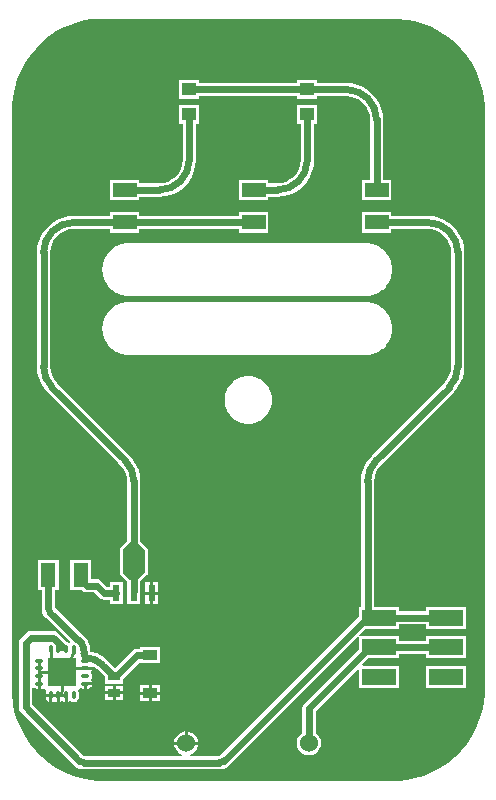
<source format=gbr>
%TF.GenerationSoftware,Altium Limited,Altium Designer,20.0.14 (345)*%
G04 Layer_Physical_Order=1*
G04 Layer_Color=255*
%FSLAX45Y45*%
%MOMM*%
%TF.FileFunction,Copper,L1,Top,Signal*%
%TF.Part,Single*%
G01*
G75*
%TA.AperFunction,Conductor*%
%ADD10C,0.60000*%
%ADD11C,0.25400*%
%TA.AperFunction,SMDPad,CuDef*%
%ADD12O,0.70000X0.30000*%
%ADD13O,0.30000X0.70000*%
%ADD14R,2.40000X2.40000*%
%ADD15R,2.00000X1.25000*%
%ADD16R,1.20000X1.10000*%
%ADD17R,1.00000X0.70000*%
%ADD18R,2.85000X1.35000*%
%ADD19R,1.25000X2.00000*%
%ADD20R,0.60000X1.40000*%
%ADD21R,0.60000X1.80000*%
%ADD22R,1.15000X0.85000*%
%TA.AperFunction,ComponentPad*%
%ADD23C,1.52400*%
%TA.AperFunction,ViaPad*%
%ADD24C,0.50000*%
G36*
X774701Y6453330D02*
X774701Y6453330D01*
X3225800Y6451600D01*
X3225799Y6451735D01*
X3263919Y6451830D01*
X3339808Y6444530D01*
X3414613Y6429814D01*
X3487612Y6407824D01*
X3558099Y6378772D01*
X3625392Y6342938D01*
X3688841Y6300670D01*
X3747833Y6252376D01*
X3801798Y6198522D01*
X3850213Y6139629D01*
X3892612Y6076267D01*
X3928583Y6009048D01*
X3957781Y5938621D01*
X3979921Y5865667D01*
X3994791Y5790892D01*
X4002246Y5715019D01*
X4002231Y5678629D01*
X4000500Y5676900D01*
X4000500D01*
Y774700D01*
X4000635Y774700D01*
X4000730Y736581D01*
X3993430Y660692D01*
X3978714Y585887D01*
X3956724Y512888D01*
X3927672Y442401D01*
X3891838Y375108D01*
X3849570Y311659D01*
X3801276Y252666D01*
X3747422Y198702D01*
X3688529Y150286D01*
X3625167Y107888D01*
X3557948Y71916D01*
X3487521Y42719D01*
X3414567Y20579D01*
X3339792Y5709D01*
X3263919Y-1746D01*
X3225799Y-1730D01*
Y0D01*
X774700Y-135D01*
X736581Y-230D01*
X660692Y7069D01*
X585887Y21785D01*
X512888Y43776D01*
X442401Y72828D01*
X375108Y108661D01*
X311659Y150930D01*
X252666Y199224D01*
X198702Y253078D01*
X150286Y311970D01*
X107888Y375333D01*
X71916Y442552D01*
X42719Y512979D01*
X20579Y585932D01*
X5709Y660707D01*
X-1746Y736581D01*
X-1735Y762001D01*
X0Y774700D01*
X0D01*
Y5676900D01*
X0D01*
X-136Y5677035D01*
X-230Y5715019D01*
X7069Y5790908D01*
X21785Y5865713D01*
X43776Y5938712D01*
X72828Y6009199D01*
X108661Y6076492D01*
X150930Y6139941D01*
X199224Y6198933D01*
X253078Y6252898D01*
X311970Y6301313D01*
X375333Y6343712D01*
X442552Y6379683D01*
X512979Y6408881D01*
X585932Y6431021D01*
X660707Y6445891D01*
X736581Y6453346D01*
X774701Y6453330D01*
D02*
G37*
%LPC*%
G36*
X2585400Y5932800D02*
X2414600D01*
Y5908885D01*
X1585400D01*
Y5932800D01*
X1414600D01*
Y5772000D01*
X1585400D01*
Y5795915D01*
X2414600D01*
Y5772000D01*
X2585400D01*
Y5795915D01*
X2832100D01*
X2834690Y5796430D01*
X2870783Y5792875D01*
X2907980Y5781591D01*
X2942261Y5763268D01*
X2972309Y5738609D01*
X2996968Y5708561D01*
X3015291Y5674280D01*
X3026575Y5637083D01*
X3030130Y5600990D01*
X3029615Y5598400D01*
Y5089500D01*
X2960700D01*
Y4913700D01*
X3211500D01*
Y5089500D01*
X3142585D01*
Y5598400D01*
X3142373Y5599469D01*
X3138636Y5646951D01*
X3127267Y5694306D01*
X3108630Y5739299D01*
X3083184Y5780823D01*
X3051555Y5817856D01*
X3014523Y5849484D01*
X2972999Y5874930D01*
X2928006Y5893567D01*
X2880651Y5904936D01*
X2833169Y5908673D01*
X2832100Y5908885D01*
X2585400D01*
Y5932800D01*
D02*
G37*
G36*
Y5722800D02*
X2414600D01*
Y5562000D01*
X2443515D01*
Y5255600D01*
X2444030Y5253011D01*
X2440475Y5216917D01*
X2429191Y5179720D01*
X2410868Y5145439D01*
X2386209Y5115392D01*
X2356161Y5090732D01*
X2321880Y5072409D01*
X2284684Y5061125D01*
X2248590Y5057570D01*
X2246000Y5058085D01*
X2170100D01*
Y5089500D01*
X1919300D01*
Y4913700D01*
X2170100D01*
Y4945115D01*
X2246000D01*
X2247069Y4945327D01*
X2294551Y4949064D01*
X2341906Y4960433D01*
X2386899Y4979070D01*
X2428423Y5004516D01*
X2465456Y5036145D01*
X2497084Y5073177D01*
X2522530Y5114701D01*
X2541167Y5159695D01*
X2552536Y5207050D01*
X2556273Y5254531D01*
X2556485Y5255600D01*
Y5562000D01*
X2585400D01*
Y5722800D01*
D02*
G37*
G36*
X1585400D02*
X1414600D01*
Y5562000D01*
X1443515D01*
Y5255600D01*
X1444030Y5253011D01*
X1440475Y5216917D01*
X1429191Y5179720D01*
X1410868Y5145439D01*
X1386209Y5115392D01*
X1356161Y5090732D01*
X1321880Y5072409D01*
X1284683Y5061125D01*
X1248590Y5057570D01*
X1246000Y5058085D01*
X1077900D01*
Y5089500D01*
X827100D01*
Y4913700D01*
X1077900D01*
Y4945115D01*
X1246000D01*
X1247069Y4945327D01*
X1294551Y4949064D01*
X1341906Y4960433D01*
X1386899Y4979070D01*
X1428423Y5004516D01*
X1465456Y5036145D01*
X1497084Y5073177D01*
X1522530Y5114701D01*
X1541167Y5159695D01*
X1552536Y5207050D01*
X1556273Y5254531D01*
X1556485Y5255600D01*
Y5562000D01*
X1585400D01*
Y5722800D01*
D02*
G37*
G36*
X2170100Y4814500D02*
X1919300D01*
Y4783085D01*
X1077900D01*
Y4814500D01*
X827100D01*
Y4783085D01*
X520700D01*
X519631Y4782873D01*
X472149Y4779136D01*
X424794Y4767767D01*
X379801Y4749130D01*
X338277Y4723684D01*
X301245Y4692056D01*
X269616Y4655023D01*
X244170Y4613499D01*
X225533Y4568506D01*
X214164Y4521151D01*
X210427Y4473669D01*
X210215Y4472600D01*
Y3508810D01*
X210427Y3507741D01*
X214164Y3460260D01*
X225533Y3412905D01*
X244170Y3367911D01*
X269616Y3326387D01*
X300548Y3290171D01*
X301154Y3289264D01*
X907936Y2682482D01*
X916764Y2673654D01*
X925282Y2664482D01*
X941968Y2644151D01*
X960291Y2609870D01*
X971575Y2572673D01*
X975130Y2536579D01*
X974615Y2533990D01*
Y2027639D01*
X917788Y1970812D01*
X912174Y1962411D01*
X910202Y1952500D01*
Y1762500D01*
X912174Y1752589D01*
X917788Y1744188D01*
X974615Y1687361D01*
Y1607500D01*
X975700Y1602044D01*
Y1492100D01*
X1086500D01*
Y1602044D01*
X1087585Y1607500D01*
Y1687361D01*
X1144412Y1744188D01*
X1150026Y1752589D01*
X1151998Y1762500D01*
Y1952500D01*
X1150026Y1962411D01*
X1144412Y1970812D01*
X1087585Y2027639D01*
Y2533990D01*
X1087373Y2535059D01*
X1083636Y2582540D01*
X1072267Y2629895D01*
X1053630Y2674889D01*
X1028184Y2716413D01*
X997251Y2752631D01*
X996646Y2753536D01*
X996646Y2753536D01*
X996646Y2753537D01*
X381036Y3369146D01*
X378841Y3370613D01*
X355832Y3398649D01*
X337509Y3432930D01*
X326225Y3470127D01*
X322670Y3506221D01*
X323185Y3508810D01*
Y4472600D01*
X322670Y4475190D01*
X326225Y4511284D01*
X337509Y4548480D01*
X355832Y4582761D01*
X380491Y4612809D01*
X410539Y4637468D01*
X444820Y4655792D01*
X482017Y4667075D01*
X518110Y4670630D01*
X520700Y4670115D01*
X827100D01*
Y4638700D01*
X1077900D01*
Y4670115D01*
X1919300D01*
Y4638700D01*
X2170100D01*
Y4814500D01*
D02*
G37*
G36*
X3011041Y4553772D02*
X971644D01*
X969143Y4553275D01*
X966592D01*
X927952Y4545589D01*
X925596Y4544612D01*
X923094Y4544115D01*
X886697Y4529038D01*
X884576Y4527621D01*
X882219Y4526645D01*
X849462Y4504758D01*
X847659Y4502954D01*
X845538Y4501537D01*
X817680Y4473679D01*
X816263Y4471558D01*
X814459Y4469755D01*
X792572Y4436998D01*
X791596Y4434641D01*
X790179Y4432520D01*
X775102Y4396123D01*
X774605Y4393621D01*
X773629Y4391265D01*
X765943Y4352625D01*
Y4350074D01*
X765445Y4347573D01*
Y4308176D01*
X765943Y4305674D01*
Y4303124D01*
X773629Y4264484D01*
X774605Y4262128D01*
X775102Y4259626D01*
X790179Y4223228D01*
X791596Y4221107D01*
X792572Y4218751D01*
X814459Y4185994D01*
X816263Y4184190D01*
X817680Y4182069D01*
X845538Y4154212D01*
X847659Y4152795D01*
X849462Y4150991D01*
X882219Y4129104D01*
X884576Y4128127D01*
X886697Y4126710D01*
X923094Y4111634D01*
X925596Y4111136D01*
X927953Y4110160D01*
X966592Y4102474D01*
X969143D01*
X971644Y4101977D01*
X3011041D01*
X3013543Y4102474D01*
X3016094D01*
X3054733Y4110160D01*
X3057089Y4111136D01*
X3059591Y4111634D01*
X3095989Y4126710D01*
X3098110Y4128127D01*
X3100466Y4129104D01*
X3133223Y4150991D01*
X3135027Y4152795D01*
X3137148Y4154212D01*
X3165006Y4182069D01*
X3166423Y4184190D01*
X3168226Y4185994D01*
X3190114Y4218751D01*
X3191090Y4221107D01*
X3192507Y4223228D01*
X3207583Y4259626D01*
X3208081Y4262128D01*
X3209057Y4264484D01*
X3216743Y4303123D01*
Y4305674D01*
X3217241Y4308176D01*
Y4347573D01*
X3216743Y4350074D01*
Y4352625D01*
X3209057Y4391265D01*
X3208081Y4393621D01*
X3207583Y4396123D01*
X3192507Y4432520D01*
X3191090Y4434641D01*
X3190114Y4436998D01*
X3168226Y4469755D01*
X3166423Y4471558D01*
X3165006Y4473679D01*
X3137148Y4501537D01*
X3135027Y4502954D01*
X3133223Y4504758D01*
X3100466Y4526645D01*
X3098110Y4527621D01*
X3095989Y4529038D01*
X3059591Y4544115D01*
X3057089Y4544612D01*
X3054733Y4545589D01*
X3016094Y4553275D01*
X3013543D01*
X3011041Y4553772D01*
D02*
G37*
G36*
Y4053972D02*
X971644D01*
X969143Y4053474D01*
X966592D01*
X927952Y4045788D01*
X925596Y4044812D01*
X923094Y4044315D01*
X886697Y4029238D01*
X884576Y4027821D01*
X882219Y4026845D01*
X849462Y4004958D01*
X847659Y4003154D01*
X845538Y4001737D01*
X817680Y3973879D01*
X816263Y3971758D01*
X814459Y3969955D01*
X792572Y3937198D01*
X791596Y3934841D01*
X790179Y3932720D01*
X775102Y3896323D01*
X774605Y3893821D01*
X773629Y3891464D01*
X765943Y3852825D01*
Y3850274D01*
X765445Y3847773D01*
Y3808376D01*
X765943Y3805874D01*
Y3803324D01*
X773629Y3764684D01*
X774605Y3762328D01*
X775102Y3759826D01*
X790179Y3723428D01*
X791596Y3721307D01*
X792572Y3718951D01*
X814459Y3686194D01*
X816263Y3684390D01*
X817680Y3682269D01*
X845538Y3654412D01*
X847659Y3652994D01*
X849462Y3651191D01*
X882219Y3629303D01*
X884576Y3628327D01*
X886697Y3626910D01*
X923094Y3611834D01*
X925596Y3611336D01*
X927953Y3610360D01*
X966592Y3602674D01*
X969143D01*
X971644Y3602177D01*
X3011041D01*
X3013543Y3602674D01*
X3016094D01*
X3054733Y3610360D01*
X3057089Y3611336D01*
X3059591Y3611834D01*
X3095989Y3626910D01*
X3098110Y3628327D01*
X3100466Y3629303D01*
X3133223Y3651191D01*
X3135027Y3652994D01*
X3137148Y3654412D01*
X3165006Y3682269D01*
X3166423Y3684390D01*
X3168226Y3686194D01*
X3190114Y3718951D01*
X3191090Y3721307D01*
X3192507Y3723428D01*
X3207583Y3759826D01*
X3208081Y3762328D01*
X3209057Y3764684D01*
X3216743Y3803323D01*
Y3805874D01*
X3217241Y3808376D01*
Y3847773D01*
X3216743Y3850274D01*
Y3852825D01*
X3209057Y3891465D01*
X3208081Y3893821D01*
X3207583Y3896323D01*
X3192507Y3932720D01*
X3191090Y3934841D01*
X3190114Y3937198D01*
X3168226Y3969955D01*
X3166423Y3971758D01*
X3165006Y3973879D01*
X3137148Y4001737D01*
X3135027Y4003154D01*
X3133223Y4004958D01*
X3100466Y4026845D01*
X3098110Y4027821D01*
X3095989Y4029238D01*
X3059591Y4044315D01*
X3057089Y4044812D01*
X3054733Y4045788D01*
X3016094Y4053474D01*
X3013543D01*
X3011041Y4053972D01*
D02*
G37*
G36*
X3211500Y4814500D02*
X2960700D01*
Y4638700D01*
X3211500D01*
Y4670115D01*
X3520300D01*
X3522890Y4670630D01*
X3558983Y4667075D01*
X3596180Y4655792D01*
X3630461Y4637468D01*
X3660508Y4612809D01*
X3685168Y4582761D01*
X3703491Y4548480D01*
X3714775Y4511284D01*
X3718330Y4475190D01*
X3717815Y4472600D01*
Y3508810D01*
X3718330Y3506221D01*
X3714775Y3470127D01*
X3703491Y3432930D01*
X3685168Y3398649D01*
X3668482Y3378318D01*
X3659963Y3369147D01*
D01*
X3651136Y3360319D01*
X3044353Y2753536D01*
X3043747Y2752629D01*
X3012816Y2716413D01*
X2987370Y2674889D01*
X2968733Y2629895D01*
X2957364Y2582540D01*
X2953627Y2535059D01*
X2953414Y2533990D01*
Y1473200D01*
X2938000D01*
Y1392282D01*
X1755632Y209915D01*
X1755549Y209791D01*
X1753293Y208856D01*
X1753147Y208885D01*
X1510362D01*
X1507836Y221585D01*
X1525138Y228752D01*
X1546362Y245038D01*
X1562648Y266262D01*
X1572885Y290977D01*
X1574705Y304800D01*
X1373095D01*
X1374915Y290977D01*
X1385152Y266262D01*
X1401438Y245038D01*
X1422662Y228752D01*
X1439964Y221585D01*
X1437438Y208885D01*
X618841D01*
X606568Y209915D01*
X598214Y218268D01*
X170785Y645697D01*
Y784702D01*
X173424Y786743D01*
X183485Y790328D01*
X193937Y783344D01*
X209700Y780208D01*
X217000D01*
Y821400D01*
X242400D01*
Y780208D01*
X249700D01*
X265463Y783344D01*
X266600Y784104D01*
X279300Y777315D01*
Y773500D01*
X283115D01*
X289904Y760800D01*
X289144Y759663D01*
X286009Y743900D01*
Y736600D01*
X327200D01*
Y723900D01*
X339900D01*
Y665235D01*
X342963Y665844D01*
X356326Y674773D01*
X363074D01*
X376437Y665844D01*
X379500Y665235D01*
Y723900D01*
X404900D01*
Y665235D01*
X407963Y665844D01*
X415431Y670834D01*
X424700Y673722D01*
X433969Y670834D01*
X441437Y665844D01*
X444500Y665235D01*
Y723900D01*
X469900D01*
Y665235D01*
X472963Y665844D01*
X486326Y674773D01*
X493074D01*
X506437Y665844D01*
X522200Y662709D01*
X537963Y665844D01*
X551327Y674773D01*
X560256Y688137D01*
X563392Y703900D01*
Y743900D01*
X560256Y759663D01*
X559496Y760800D01*
X566285Y773500D01*
X570100D01*
Y777315D01*
X582800Y784104D01*
X583937Y783344D01*
X599700Y780208D01*
X607000D01*
Y821400D01*
X619700D01*
Y834100D01*
X678365D01*
X677756Y837163D01*
X668827Y850526D01*
Y857274D01*
X677756Y870637D01*
X680891Y886400D01*
X677756Y902163D01*
X672766Y909631D01*
X669878Y918900D01*
X672766Y928169D01*
X677756Y935637D01*
X678365Y938700D01*
X619700D01*
Y964100D01*
X685406D01*
X690485Y968268D01*
X694410Y966642D01*
X714312Y951371D01*
X723537Y942981D01*
X732517Y934001D01*
X788200Y878318D01*
Y822400D01*
X939000D01*
Y863318D01*
X1072800Y997118D01*
X1085500Y993800D01*
Y993800D01*
X1251300D01*
Y1129600D01*
X1085500D01*
Y1118185D01*
X1057501D01*
X1057500Y1118185D01*
X1035884Y1113886D01*
X1017559Y1101641D01*
X871100Y955182D01*
X803420Y1022863D01*
X803419Y1022864D01*
X803524Y1022968D01*
X764687Y1054841D01*
X720378Y1078525D01*
X672300Y1093110D01*
X662249Y1094099D01*
X660655Y1116146D01*
X659746Y1128807D01*
X659747Y1128807D01*
X659655Y1129433D01*
X658678Y1136127D01*
X657715Y1142864D01*
X655678Y1158334D01*
X644050Y1186406D01*
X625553Y1210512D01*
X624354Y1211432D01*
X623516Y1212624D01*
X609830Y1225665D01*
X609724Y1225732D01*
X609652Y1225835D01*
X364487Y1459449D01*
X364389Y1459511D01*
X363456Y1461764D01*
X363485Y1461910D01*
Y1614500D01*
X394900D01*
Y1865300D01*
X219100D01*
Y1614500D01*
X250515D01*
Y1461910D01*
X250780Y1460577D01*
X254571Y1431785D01*
X266199Y1403712D01*
X284696Y1379606D01*
X285767Y1378784D01*
X286555Y1377664D01*
X492365Y1181551D01*
X489915Y1167445D01*
X483212Y1165108D01*
X472963Y1171956D01*
X465793Y1173382D01*
X460141Y1181841D01*
X389857Y1252125D01*
X371532Y1264369D01*
X349916Y1268669D01*
X349915Y1268669D01*
X158085D01*
X158084Y1268669D01*
X136468Y1264369D01*
X118143Y1252125D01*
X118142Y1252124D01*
X74359Y1208341D01*
X62114Y1190016D01*
X57814Y1168400D01*
X57815Y1168399D01*
Y622301D01*
X57814Y622300D01*
X62114Y600684D01*
X74359Y582359D01*
X74360Y582358D01*
X517705Y139013D01*
X526684Y130033D01*
X526685Y130032D01*
X526685Y130032D01*
X527815Y129278D01*
X550855Y111598D01*
X578927Y99970D01*
X607720Y96180D01*
X609053Y95915D01*
X1753148D01*
X1754480Y96180D01*
X1783273Y99971D01*
X1811345Y111598D01*
X1834386Y129278D01*
X1835515Y130032D01*
X2925300Y1219818D01*
X2938000Y1214557D01*
Y1117282D01*
X2473959Y653241D01*
X2461714Y634916D01*
X2457414Y613300D01*
X2457415Y613299D01*
Y402221D01*
X2441438Y389962D01*
X2425152Y368738D01*
X2414915Y344023D01*
X2411423Y317500D01*
X2414915Y290977D01*
X2425152Y266262D01*
X2441438Y245038D01*
X2462662Y228752D01*
X2487377Y218515D01*
X2513900Y215023D01*
X2540423Y218515D01*
X2565138Y228752D01*
X2586362Y245038D01*
X2602648Y266262D01*
X2612885Y290977D01*
X2616377Y317500D01*
X2612885Y344023D01*
X2602648Y368738D01*
X2586362Y389962D01*
X2570385Y402221D01*
Y589903D01*
X2926267Y945784D01*
X2938000Y940924D01*
Y787400D01*
X3273800D01*
Y973200D01*
X2970276D01*
X2965416Y984933D01*
X3017882Y1037400D01*
X3273800D01*
Y1073815D01*
X3508000D01*
Y1037400D01*
X3843800D01*
Y1223200D01*
X3508000D01*
Y1186785D01*
X3273800D01*
Y1223200D01*
X2946643D01*
X2941382Y1235900D01*
X2992882Y1287400D01*
X3273800D01*
Y1323815D01*
X3508000D01*
Y1287400D01*
X3843800D01*
Y1473200D01*
X3508000D01*
Y1436785D01*
X3273800D01*
Y1473200D01*
X3066385D01*
Y2533990D01*
X3065870Y2536579D01*
X3069425Y2572673D01*
X3080708Y2609870D01*
X3099032Y2644151D01*
X3122040Y2672187D01*
X3124236Y2673654D01*
X3739845Y3289263D01*
X3739846Y3289264D01*
X3739846Y3289264D01*
X3740451Y3290169D01*
X3771384Y3326387D01*
X3796830Y3367911D01*
X3815467Y3412905D01*
X3826836Y3460260D01*
X3830572Y3507741D01*
X3830785Y3508810D01*
Y4472600D01*
X3830572Y4473669D01*
X3826836Y4521151D01*
X3815467Y4568506D01*
X3796830Y4613499D01*
X3771384Y4655023D01*
X3739755Y4692056D01*
X3702723Y4723684D01*
X3661199Y4749130D01*
X3616205Y4767767D01*
X3568850Y4779136D01*
X3521369Y4782873D01*
X3520300Y4783085D01*
X3520299Y4783085D01*
X3211500D01*
Y4814500D01*
D02*
G37*
G36*
X2017236Y3424668D02*
X1982764D01*
X1980262Y3424170D01*
X1977712D01*
X1943902Y3417445D01*
X1941546Y3416469D01*
X1939044Y3415971D01*
X1907196Y3402779D01*
X1905075Y3401362D01*
X1902718Y3400386D01*
X1874056Y3381234D01*
X1872253Y3379431D01*
X1870132Y3378014D01*
X1845756Y3353638D01*
X1844339Y3351517D01*
X1842536Y3349714D01*
X1823384Y3321051D01*
X1822408Y3318695D01*
X1820991Y3316574D01*
X1807799Y3284726D01*
X1807301Y3282224D01*
X1806325Y3279868D01*
X1799600Y3246058D01*
Y3243508D01*
X1799103Y3241006D01*
Y3206534D01*
X1799600Y3204032D01*
Y3201482D01*
X1806325Y3167672D01*
X1807301Y3165316D01*
X1807799Y3162814D01*
X1820991Y3130966D01*
X1822408Y3128845D01*
X1823384Y3126488D01*
X1842536Y3097826D01*
X1844339Y3096023D01*
X1845756Y3093902D01*
X1870132Y3069526D01*
X1872253Y3068109D01*
X1874056Y3066306D01*
X1902719Y3047154D01*
X1905075Y3046178D01*
X1907196Y3044761D01*
X1939044Y3031569D01*
X1941546Y3031071D01*
X1943902Y3030095D01*
X1977712Y3023370D01*
X1980262D01*
X1982764Y3022873D01*
X2017236D01*
X2019738Y3023370D01*
X2022288D01*
X2056098Y3030095D01*
X2058454Y3031071D01*
X2060956Y3031569D01*
X2092804Y3044761D01*
X2094925Y3046178D01*
X2097282Y3047154D01*
X2125944Y3066306D01*
X2127747Y3068109D01*
X2129868Y3069526D01*
X2154244Y3093902D01*
X2155661Y3096023D01*
X2157464Y3097826D01*
X2176616Y3126489D01*
X2177592Y3128845D01*
X2179009Y3130966D01*
X2192201Y3162814D01*
X2192699Y3165315D01*
X2193675Y3167672D01*
X2200400Y3201482D01*
Y3204032D01*
X2200898Y3206534D01*
Y3241006D01*
X2200400Y3243508D01*
Y3246058D01*
X2193675Y3279868D01*
X2192699Y3282224D01*
X2192201Y3284726D01*
X2179009Y3316574D01*
X2177592Y3318695D01*
X2176616Y3321052D01*
X2157464Y3349714D01*
X2155661Y3351517D01*
X2154244Y3353638D01*
X2129868Y3378014D01*
X2127747Y3379431D01*
X2125944Y3381234D01*
X2097281Y3400386D01*
X2094925Y3401362D01*
X2092804Y3402779D01*
X2060956Y3415971D01*
X2058455Y3416469D01*
X2056098Y3417445D01*
X2022288Y3424170D01*
X2019738D01*
X2017236Y3424668D01*
D02*
G37*
G36*
X1236500Y1682900D02*
X1193800D01*
Y1600200D01*
X1236500D01*
Y1682900D01*
D02*
G37*
G36*
X1168400D02*
X1125700D01*
Y1600200D01*
X1168400D01*
Y1682900D01*
D02*
G37*
G36*
X1236500Y1574800D02*
X1193800D01*
Y1492100D01*
X1236500D01*
Y1574800D01*
D02*
G37*
G36*
X1168400D02*
X1125700D01*
Y1492100D01*
X1168400D01*
Y1574800D01*
D02*
G37*
G36*
X669900Y1865300D02*
X494100D01*
Y1614500D01*
X590018D01*
X591858Y1612659D01*
X591859Y1612659D01*
X610184Y1600414D01*
X631800Y1596114D01*
X631801Y1596115D01*
X691853D01*
X740408Y1547560D01*
X740409Y1547559D01*
X758734Y1535314D01*
X780350Y1531014D01*
X780351Y1531015D01*
X825700D01*
Y1492100D01*
X936500D01*
Y1582044D01*
X937585Y1587500D01*
X936500Y1592956D01*
Y1682900D01*
X825700D01*
Y1643985D01*
X803747D01*
X755192Y1692541D01*
X736866Y1704786D01*
X715250Y1709085D01*
X715249Y1709085D01*
X669900D01*
Y1865300D01*
D02*
G37*
G36*
X3843800Y973200D02*
X3508000D01*
Y787400D01*
X3843800D01*
Y973200D01*
D02*
G37*
G36*
X678365Y808700D02*
X632400D01*
Y780208D01*
X639700D01*
X655463Y783344D01*
X668827Y792273D01*
X677756Y805637D01*
X678365Y808700D01*
D02*
G37*
G36*
X939000Y803200D02*
X876300D01*
Y755500D01*
X939000D01*
Y803200D01*
D02*
G37*
G36*
X850900D02*
X788200D01*
Y755500D01*
X850900D01*
Y803200D01*
D02*
G37*
G36*
X1251300Y809600D02*
X1181100D01*
Y754400D01*
X1251300D01*
Y809600D01*
D02*
G37*
G36*
X1155700D02*
X1085500D01*
Y754400D01*
X1155700D01*
Y809600D01*
D02*
G37*
G36*
X939000Y730100D02*
X876300D01*
Y682400D01*
X939000D01*
Y730100D01*
D02*
G37*
G36*
X850900D02*
X788200D01*
Y682400D01*
X850900D01*
Y730100D01*
D02*
G37*
G36*
X1251300Y729000D02*
X1181100D01*
Y673800D01*
X1251300D01*
Y729000D01*
D02*
G37*
G36*
X1155700D02*
X1085500D01*
Y673800D01*
X1155700D01*
Y729000D01*
D02*
G37*
G36*
X314500Y711200D02*
X286009D01*
Y703900D01*
X289144Y688137D01*
X298073Y674773D01*
X311437Y665844D01*
X314500Y665235D01*
Y711200D01*
D02*
G37*
G36*
X1486600Y418305D02*
Y330200D01*
X1574705D01*
X1572885Y344023D01*
X1562648Y368738D01*
X1546362Y389962D01*
X1525138Y406248D01*
X1500423Y416485D01*
X1486600Y418305D01*
D02*
G37*
G36*
X1461200D02*
X1447377Y416485D01*
X1422662Y406248D01*
X1401438Y389962D01*
X1385152Y368738D01*
X1374915Y344023D01*
X1373095Y330200D01*
X1461200D01*
Y418305D01*
D02*
G37*
%LPD*%
G36*
X1126100Y1952500D02*
Y1762500D01*
X1061100Y1697500D01*
X1001100D01*
X936100Y1762500D01*
Y1952500D01*
X1001100Y2017500D01*
X1061100D01*
X1126100Y1952500D01*
D02*
G37*
D10*
X570863Y1184773D02*
G03*
X570686Y1184942I-48663J-50873D01*
G01*
X307000Y1461910D02*
G03*
X325521Y1418557I60001J0D01*
G01*
X603247Y1128634D02*
G03*
X584549Y1171731I-59999J-426D01*
G01*
X606810Y1077600D02*
G03*
X619748Y1044599I59837J4422D01*
G01*
X603247Y1128634D02*
G03*
X603402Y1124734I59999J427D01*
G01*
X3009900Y1401153D02*
G03*
X3030753Y1380300I20853J0D01*
G01*
D02*
G03*
X2988251Y1362651I0J-60000D01*
G01*
X3774300Y4472600D02*
G03*
X3520300Y4726600I-254000J0D01*
G01*
X3084295Y2713595D02*
G03*
X3009900Y2533990I179605J-179605D01*
G01*
X3699905Y3329205D02*
G03*
X3774300Y3508810I-179605J179605D01*
G01*
X1031100Y2533990D02*
G03*
X956705Y2713595I-254000J0D01*
G01*
X266700Y3508810D02*
G03*
X341095Y3329205I254000J0D01*
G01*
X520700Y4726600D02*
G03*
X266700Y4472600I0J-254000D01*
G01*
X1753147Y152400D02*
G03*
X1795573Y169973I-0J60001D01*
G01*
X566626D02*
G03*
X609053Y152400I42426J42426D01*
G01*
X3086100Y5598400D02*
G03*
X2832100Y5852400I-254000J0D01*
G01*
X2246000Y5001600D02*
G03*
X2500000Y5255600I0J254000D01*
G01*
X1246000Y5001600D02*
G03*
X1500000Y5255600I0J254000D01*
G01*
X763478Y982922D02*
G03*
X622300Y1041400I-141178J-141178D01*
G01*
X603402Y1124734D02*
X606810Y1077600D01*
X325521Y1418557D02*
X570686Y1184942D01*
X570863Y1184773D02*
X584549Y1171731D01*
X619747Y1044599D02*
X622300Y1041400D01*
X603247Y1128634D02*
X603247D01*
X2988251Y1362651D02*
X2988251Y1362651D01*
X1795573Y169973D02*
X2988251Y1362651D01*
X3030753Y1380300D02*
X3105900D01*
X3009900Y1401153D02*
Y2533990D01*
X3520300Y4726600D02*
Y4726600D01*
X3086100Y4726600D02*
X3520300D01*
X3774300Y3508810D02*
Y4472600D01*
X3084295Y2713595D02*
X3699905Y3329205D01*
X1031100Y1607500D02*
Y2533990D01*
X341095Y3329205D02*
X956705Y2713595D01*
X266700Y3508810D02*
Y4472600D01*
X3105900Y1380300D02*
X3132027Y1406426D01*
X2513900Y317500D02*
Y613300D01*
X114300Y622300D02*
X566626Y169973D01*
X609053Y152400D02*
X1753147D01*
X3086100Y5001600D02*
Y5598400D01*
X2500000Y5852400D02*
X2832100D01*
X2044700Y5001600D02*
X2246000D01*
X2500000Y5255600D02*
Y5642400D01*
X952500Y5001600D02*
X1246000D01*
X1500000Y5255600D02*
Y5642400D01*
X520700Y4726600D02*
X952500D01*
X1500000Y5852400D02*
X2500000D01*
X763478Y982922D02*
X863600Y882800D01*
X307000Y1461910D02*
Y1739900D01*
X349916Y1212184D02*
X420200Y1141900D01*
X952500Y4726600D02*
X2014039D01*
X114300Y1168400D02*
X158084Y1212184D01*
X114300Y622300D02*
Y1168400D01*
X158084Y1212184D02*
X349916D01*
X2513900Y613300D02*
X3030900Y1130300D01*
X3105900Y1380300D02*
X3675900D01*
X3105900Y1130300D02*
X3675900D01*
X3030900D02*
X3105900D01*
X582000Y1702400D02*
Y1739900D01*
Y1702400D02*
X631800Y1652600D01*
X715250D01*
X780350Y1587500D01*
X881100D01*
X1057500Y1061700D02*
X1168400D01*
X878600Y882800D02*
X1057500Y1061700D01*
X863600Y882800D02*
X878600D01*
D11*
X446221Y1000408D02*
G03*
X424700Y975306I3879J-25102D01*
G01*
X524224Y1095784D02*
G03*
X523867Y1107881I-24837J5320D01*
G01*
X522025Y1085467D02*
G03*
X521532Y1081995I24842J-5296D01*
G01*
X446221Y1000408D02*
G03*
X521532Y1081995I-13461J87978D01*
G01*
X327200Y1016400D02*
G03*
X424478Y918900I97500J0D01*
G01*
X457200Y951400D02*
G03*
X424700Y918900I0J-32500D01*
G01*
X392200Y723900D02*
G03*
X424478Y756178I0J32278D01*
G01*
X522200Y1113900D02*
X523866Y1107881D01*
X424700Y975306D02*
X424700D01*
X521532Y1081995D02*
X521532Y1081995D01*
X522024Y1085467D02*
X524224Y1095784D01*
X424700Y918900D02*
Y975306D01*
X392200Y1113900D02*
X457200D01*
X457200Y951400D02*
X619700D01*
X229700Y918900D02*
X424478D01*
Y756178D02*
Y918900D01*
X424700D02*
Y918900D01*
X424478D02*
X424700D01*
X392200Y723900D02*
X457200D01*
X327200D02*
X392200D01*
X229700Y918900D02*
Y951400D01*
Y886400D02*
Y918900D01*
Y951400D02*
Y1016400D01*
Y821400D02*
Y886400D01*
X327200Y1016400D02*
Y1113900D01*
X392200D02*
X420200Y1141900D01*
X457200Y1113900D02*
Y1132655D01*
X455075Y1134780D02*
X457200Y1132655D01*
X436320Y1134780D02*
X455075D01*
X429200Y1141900D02*
X436320Y1134780D01*
X420200Y1141900D02*
X429200D01*
D12*
X229700Y1016400D02*
D03*
Y951400D02*
D03*
Y886400D02*
D03*
Y821400D02*
D03*
X619700D02*
D03*
Y886400D02*
D03*
Y951400D02*
D03*
Y1016400D02*
D03*
D13*
X327200Y723900D02*
D03*
X392200D02*
D03*
X457200D02*
D03*
X522200D02*
D03*
Y1113900D02*
D03*
X457200D02*
D03*
X392200D02*
D03*
X327200D02*
D03*
D14*
X424700Y918900D02*
D03*
D15*
X3086100Y5001600D02*
D03*
Y4726600D02*
D03*
X2044700Y4726600D02*
D03*
Y5001600D02*
D03*
X952500Y4726600D02*
D03*
Y5001600D02*
D03*
D16*
X1500000Y5852400D02*
D03*
Y5642400D02*
D03*
X2500000Y5852400D02*
D03*
Y5642400D02*
D03*
D17*
X863600Y742800D02*
D03*
Y882800D02*
D03*
D18*
X3105900Y1380300D02*
D03*
Y1130300D02*
D03*
Y880300D02*
D03*
X3675900D02*
D03*
Y1130300D02*
D03*
Y1380300D02*
D03*
D19*
X307000Y1739900D02*
D03*
X582000D02*
D03*
D20*
X881100Y1587500D02*
D03*
X1181100D02*
D03*
D21*
X1031100Y1607500D02*
D03*
D22*
X1168400Y1061700D02*
D03*
Y741700D02*
D03*
D23*
X1473900Y317500D02*
D03*
X2513900D02*
D03*
D24*
X369700Y973900D02*
D03*
X479700D02*
D03*
X369700Y863900D02*
D03*
X479700D02*
D03*
%TF.MD5,c8d95edc0ec1f113f71843050dd75a65*%
M02*

</source>
